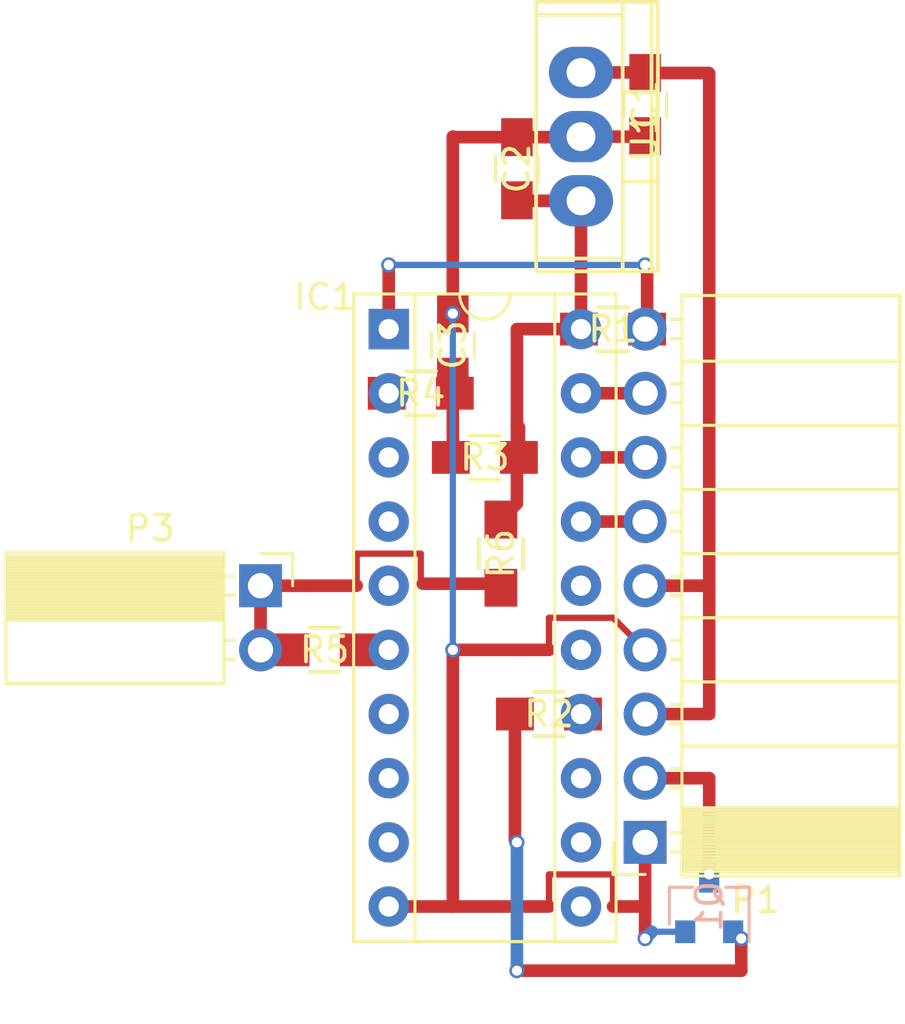
<source format=kicad_pcb>
(kicad_pcb (version 4) (host pcbnew 4.0.4+e1-6308~48~ubuntu16.04.1-stable)

  (general
    (links 30)
    (no_connects 0)
    (area 0 0 0 0)
    (thickness 1.6)
    (drawings 0)
    (tracks 88)
    (zones 0)
    (modules 14)
    (nets 26)
  )

  (page A4)
  (layers
    (0 F.Cu signal)
    (31 B.Cu signal)
    (32 B.Adhes user)
    (33 F.Adhes user)
    (34 B.Paste user)
    (35 F.Paste user)
    (36 B.SilkS user)
    (37 F.SilkS user)
    (38 B.Mask user)
    (39 F.Mask user)
    (40 Dwgs.User user)
    (41 Cmts.User user)
    (42 Eco1.User user)
    (43 Eco2.User user)
    (44 Edge.Cuts user)
    (45 Margin user)
    (46 B.CrtYd user)
    (47 F.CrtYd user)
    (48 B.Fab user)
    (49 F.Fab user)
  )

  (setup
    (last_trace_width 0.25)
    (user_trace_width 0.5)
    (trace_clearance 0.2)
    (zone_clearance 0.508)
    (zone_45_only no)
    (trace_min 0.2)
    (segment_width 0.2)
    (edge_width 0.15)
    (via_size 0.6)
    (via_drill 0.4)
    (via_min_size 0.4)
    (via_min_drill 0.3)
    (uvia_size 0.3)
    (uvia_drill 0.1)
    (uvias_allowed no)
    (uvia_min_size 0.2)
    (uvia_min_drill 0.1)
    (pcb_text_width 0.3)
    (pcb_text_size 1.5 1.5)
    (mod_edge_width 0.15)
    (mod_text_size 1 1)
    (mod_text_width 0.15)
    (pad_size 1.524 1.524)
    (pad_drill 0.762)
    (pad_to_mask_clearance 0.2)
    (aux_axis_origin 0 0)
    (visible_elements FFFFEF7F)
    (pcbplotparams
      (layerselection 0x00030_80000001)
      (usegerberextensions false)
      (excludeedgelayer true)
      (linewidth 0.100000)
      (plotframeref false)
      (viasonmask false)
      (mode 1)
      (useauxorigin false)
      (hpglpennumber 1)
      (hpglpenspeed 20)
      (hpglpendiameter 15)
      (hpglpenoverlay 2)
      (psnegative false)
      (psa4output false)
      (plotreference true)
      (plotvalue true)
      (plotinvisibletext false)
      (padsonsilk false)
      (subtractmaskfromsilk false)
      (outputformat 1)
      (mirror false)
      (drillshape 1)
      (scaleselection 1)
      (outputdirectory ""))
  )

  (net 0 "")
  (net 1 "Net-(C1-Pad1)")
  (net 2 GNDREF)
  (net 3 "Net-(C2-Pad1)")
  (net 4 "Net-(C3-Pad2)")
  (net 5 "Net-(IC1-Pad1)")
  (net 6 "Net-(IC1-Pad11)")
  (net 7 "Net-(IC1-Pad2)")
  (net 8 "Net-(IC1-Pad12)")
  (net 9 "Net-(IC1-Pad3)")
  (net 10 "Net-(IC1-Pad13)")
  (net 11 "Net-(IC1-Pad4)")
  (net 12 "Net-(IC1-Pad14)")
  (net 13 "Net-(IC1-Pad5)")
  (net 14 "Net-(IC1-Pad15)")
  (net 15 "Net-(IC1-Pad6)")
  (net 16 "Net-(IC1-Pad16)")
  (net 17 "Net-(IC1-Pad7)")
  (net 18 "Net-(IC1-Pad17)")
  (net 19 "Net-(IC1-Pad8)")
  (net 20 "Net-(IC1-Pad18)")
  (net 21 "Net-(IC1-Pad9)")
  (net 22 "Net-(IC1-Pad19)")
  (net 23 "Net-(P3-Pad1)")
  (net 24 "Net-(Q1-Pad1)")
  (net 25 "Net-(P1-Pad2)")

  (net_class Default "This is the default net class."
    (clearance 0.2)
    (trace_width 0.25)
    (via_dia 0.6)
    (via_drill 0.4)
    (uvia_dia 0.3)
    (uvia_drill 0.1)
    (add_net GNDREF)
    (add_net "Net-(C1-Pad1)")
    (add_net "Net-(C2-Pad1)")
    (add_net "Net-(C3-Pad2)")
    (add_net "Net-(IC1-Pad1)")
    (add_net "Net-(IC1-Pad11)")
    (add_net "Net-(IC1-Pad12)")
    (add_net "Net-(IC1-Pad13)")
    (add_net "Net-(IC1-Pad14)")
    (add_net "Net-(IC1-Pad15)")
    (add_net "Net-(IC1-Pad16)")
    (add_net "Net-(IC1-Pad17)")
    (add_net "Net-(IC1-Pad18)")
    (add_net "Net-(IC1-Pad19)")
    (add_net "Net-(IC1-Pad2)")
    (add_net "Net-(IC1-Pad3)")
    (add_net "Net-(IC1-Pad4)")
    (add_net "Net-(IC1-Pad5)")
    (add_net "Net-(IC1-Pad6)")
    (add_net "Net-(IC1-Pad7)")
    (add_net "Net-(IC1-Pad8)")
    (add_net "Net-(IC1-Pad9)")
    (add_net "Net-(P1-Pad2)")
    (add_net "Net-(P3-Pad1)")
    (add_net "Net-(Q1-Pad1)")
  )

  (module Socket_Strips:Socket_Strip_Angled_1x09_Pitch2.54mm (layer F.Cu) (tedit 58A95D7C) (tstamp 58A964F0)
    (at 177.8 96.52 180)
    (descr "Through hole angled socket strip, 1x09, 2.54mm pitch, 8.51mm socket length, single row")
    (tags "Through hole angled socket strip THT 1x09 2.54mm single row")
    (path /58A97BC7)
    (fp_text reference P1 (at -4.38 -2.27 180) (layer F.SilkS)
      (effects (font (size 1 1) (thickness 0.15)))
    )
    (fp_text value PWR_LED_ISP (at -6.35 11.43 270) (layer F.Fab)
      (effects (font (size 1 1) (thickness 0.15)))
    )
    (fp_line (start -1.52 -1.27) (end -1.52 1.27) (layer F.Fab) (width 0.1))
    (fp_line (start -1.52 1.27) (end -10.03 1.27) (layer F.Fab) (width 0.1))
    (fp_line (start -10.03 1.27) (end -10.03 -1.27) (layer F.Fab) (width 0.1))
    (fp_line (start -10.03 -1.27) (end -1.52 -1.27) (layer F.Fab) (width 0.1))
    (fp_line (start 0 -0.32) (end 0 0.32) (layer F.Fab) (width 0.1))
    (fp_line (start 0 0.32) (end -1.52 0.32) (layer F.Fab) (width 0.1))
    (fp_line (start -1.52 0.32) (end -1.52 -0.32) (layer F.Fab) (width 0.1))
    (fp_line (start -1.52 -0.32) (end 0 -0.32) (layer F.Fab) (width 0.1))
    (fp_line (start -1.52 1.27) (end -1.52 3.81) (layer F.Fab) (width 0.1))
    (fp_line (start -1.52 3.81) (end -10.03 3.81) (layer F.Fab) (width 0.1))
    (fp_line (start -10.03 3.81) (end -10.03 1.27) (layer F.Fab) (width 0.1))
    (fp_line (start -10.03 1.27) (end -1.52 1.27) (layer F.Fab) (width 0.1))
    (fp_line (start 0 2.22) (end 0 2.86) (layer F.Fab) (width 0.1))
    (fp_line (start 0 2.86) (end -1.52 2.86) (layer F.Fab) (width 0.1))
    (fp_line (start -1.52 2.86) (end -1.52 2.22) (layer F.Fab) (width 0.1))
    (fp_line (start -1.52 2.22) (end 0 2.22) (layer F.Fab) (width 0.1))
    (fp_line (start -1.52 3.81) (end -1.52 6.35) (layer F.Fab) (width 0.1))
    (fp_line (start -1.52 6.35) (end -10.03 6.35) (layer F.Fab) (width 0.1))
    (fp_line (start -10.03 6.35) (end -10.03 3.81) (layer F.Fab) (width 0.1))
    (fp_line (start -10.03 3.81) (end -1.52 3.81) (layer F.Fab) (width 0.1))
    (fp_line (start 0 4.76) (end 0 5.4) (layer F.Fab) (width 0.1))
    (fp_line (start 0 5.4) (end -1.52 5.4) (layer F.Fab) (width 0.1))
    (fp_line (start -1.52 5.4) (end -1.52 4.76) (layer F.Fab) (width 0.1))
    (fp_line (start -1.52 4.76) (end 0 4.76) (layer F.Fab) (width 0.1))
    (fp_line (start -1.52 6.35) (end -1.52 8.89) (layer F.Fab) (width 0.1))
    (fp_line (start -1.52 8.89) (end -10.03 8.89) (layer F.Fab) (width 0.1))
    (fp_line (start -10.03 8.89) (end -10.03 6.35) (layer F.Fab) (width 0.1))
    (fp_line (start -10.03 6.35) (end -1.52 6.35) (layer F.Fab) (width 0.1))
    (fp_line (start 0 7.3) (end 0 7.94) (layer F.Fab) (width 0.1))
    (fp_line (start 0 7.94) (end -1.52 7.94) (layer F.Fab) (width 0.1))
    (fp_line (start -1.52 7.94) (end -1.52 7.3) (layer F.Fab) (width 0.1))
    (fp_line (start -1.52 7.3) (end 0 7.3) (layer F.Fab) (width 0.1))
    (fp_line (start -1.52 8.89) (end -1.52 11.43) (layer F.Fab) (width 0.1))
    (fp_line (start -1.52 11.43) (end -10.03 11.43) (layer F.Fab) (width 0.1))
    (fp_line (start -10.03 11.43) (end -10.03 8.89) (layer F.Fab) (width 0.1))
    (fp_line (start -10.03 8.89) (end -1.52 8.89) (layer F.Fab) (width 0.1))
    (fp_line (start 0 9.84) (end 0 10.48) (layer F.Fab) (width 0.1))
    (fp_line (start 0 10.48) (end -1.52 10.48) (layer F.Fab) (width 0.1))
    (fp_line (start -1.52 10.48) (end -1.52 9.84) (layer F.Fab) (width 0.1))
    (fp_line (start -1.52 9.84) (end 0 9.84) (layer F.Fab) (width 0.1))
    (fp_line (start -1.52 11.43) (end -1.52 13.97) (layer F.Fab) (width 0.1))
    (fp_line (start -1.52 13.97) (end -10.03 13.97) (layer F.Fab) (width 0.1))
    (fp_line (start -10.03 13.97) (end -10.03 11.43) (layer F.Fab) (width 0.1))
    (fp_line (start -10.03 11.43) (end -1.52 11.43) (layer F.Fab) (width 0.1))
    (fp_line (start 0 12.38) (end 0 13.02) (layer F.Fab) (width 0.1))
    (fp_line (start 0 13.02) (end -1.52 13.02) (layer F.Fab) (width 0.1))
    (fp_line (start -1.52 13.02) (end -1.52 12.38) (layer F.Fab) (width 0.1))
    (fp_line (start -1.52 12.38) (end 0 12.38) (layer F.Fab) (width 0.1))
    (fp_line (start -1.52 13.97) (end -1.52 16.51) (layer F.Fab) (width 0.1))
    (fp_line (start -1.52 16.51) (end -10.03 16.51) (layer F.Fab) (width 0.1))
    (fp_line (start -10.03 16.51) (end -10.03 13.97) (layer F.Fab) (width 0.1))
    (fp_line (start -10.03 13.97) (end -1.52 13.97) (layer F.Fab) (width 0.1))
    (fp_line (start 0 14.92) (end 0 15.56) (layer F.Fab) (width 0.1))
    (fp_line (start 0 15.56) (end -1.52 15.56) (layer F.Fab) (width 0.1))
    (fp_line (start -1.52 15.56) (end -1.52 14.92) (layer F.Fab) (width 0.1))
    (fp_line (start -1.52 14.92) (end 0 14.92) (layer F.Fab) (width 0.1))
    (fp_line (start -1.52 16.51) (end -1.52 19.05) (layer F.Fab) (width 0.1))
    (fp_line (start -1.52 19.05) (end -10.03 19.05) (layer F.Fab) (width 0.1))
    (fp_line (start -10.03 19.05) (end -10.03 16.51) (layer F.Fab) (width 0.1))
    (fp_line (start -10.03 16.51) (end -1.52 16.51) (layer F.Fab) (width 0.1))
    (fp_line (start 0 17.46) (end 0 18.1) (layer F.Fab) (width 0.1))
    (fp_line (start 0 18.1) (end -1.52 18.1) (layer F.Fab) (width 0.1))
    (fp_line (start -1.52 18.1) (end -1.52 17.46) (layer F.Fab) (width 0.1))
    (fp_line (start -1.52 17.46) (end 0 17.46) (layer F.Fab) (width 0.1))
    (fp_line (start -1.52 19.05) (end -1.52 21.59) (layer F.Fab) (width 0.1))
    (fp_line (start -1.52 21.59) (end -10.03 21.59) (layer F.Fab) (width 0.1))
    (fp_line (start -10.03 21.59) (end -10.03 19.05) (layer F.Fab) (width 0.1))
    (fp_line (start -10.03 19.05) (end -1.52 19.05) (layer F.Fab) (width 0.1))
    (fp_line (start 0 20) (end 0 20.64) (layer F.Fab) (width 0.1))
    (fp_line (start 0 20.64) (end -1.52 20.64) (layer F.Fab) (width 0.1))
    (fp_line (start -1.52 20.64) (end -1.52 20) (layer F.Fab) (width 0.1))
    (fp_line (start -1.52 20) (end 0 20) (layer F.Fab) (width 0.1))
    (fp_line (start -1.46 -1.33) (end -1.46 1.27) (layer F.SilkS) (width 0.12))
    (fp_line (start -1.46 1.27) (end -10.09 1.27) (layer F.SilkS) (width 0.12))
    (fp_line (start -10.09 1.27) (end -10.09 -1.33) (layer F.SilkS) (width 0.12))
    (fp_line (start -10.09 -1.33) (end -1.46 -1.33) (layer F.SilkS) (width 0.12))
    (fp_line (start -1.03 -0.38) (end -1.46 -0.38) (layer F.SilkS) (width 0.12))
    (fp_line (start -1.03 0.38) (end -1.46 0.38) (layer F.SilkS) (width 0.12))
    (fp_line (start -1.46 -1.15) (end -10.09 -1.15) (layer F.SilkS) (width 0.12))
    (fp_line (start -1.46 -1.03) (end -10.09 -1.03) (layer F.SilkS) (width 0.12))
    (fp_line (start -1.46 -0.91) (end -10.09 -0.91) (layer F.SilkS) (width 0.12))
    (fp_line (start -1.46 -0.79) (end -10.09 -0.79) (layer F.SilkS) (width 0.12))
    (fp_line (start -1.46 -0.67) (end -10.09 -0.67) (layer F.SilkS) (width 0.12))
    (fp_line (start -1.46 -0.55) (end -10.09 -0.55) (layer F.SilkS) (width 0.12))
    (fp_line (start -1.46 -0.43) (end -10.09 -0.43) (layer F.SilkS) (width 0.12))
    (fp_line (start -1.46 -0.31) (end -10.09 -0.31) (layer F.SilkS) (width 0.12))
    (fp_line (start -1.46 -0.19) (end -10.09 -0.19) (layer F.SilkS) (width 0.12))
    (fp_line (start -1.46 -0.07) (end -10.09 -0.07) (layer F.SilkS) (width 0.12))
    (fp_line (start -1.46 0.05) (end -10.09 0.05) (layer F.SilkS) (width 0.12))
    (fp_line (start -1.46 0.17) (end -10.09 0.17) (layer F.SilkS) (width 0.12))
    (fp_line (start -1.46 0.29) (end -10.09 0.29) (layer F.SilkS) (width 0.12))
    (fp_line (start -1.46 0.41) (end -10.09 0.41) (layer F.SilkS) (width 0.12))
    (fp_line (start -1.46 0.53) (end -10.09 0.53) (layer F.SilkS) (width 0.12))
    (fp_line (start -1.46 0.65) (end -10.09 0.65) (layer F.SilkS) (width 0.12))
    (fp_line (start -1.46 0.77) (end -10.09 0.77) (layer F.SilkS) (width 0.12))
    (fp_line (start -1.46 0.89) (end -10.09 0.89) (layer F.SilkS) (width 0.12))
    (fp_line (start -1.46 1.01) (end -10.09 1.01) (layer F.SilkS) (width 0.12))
    (fp_line (start -1.46 1.13) (end -10.09 1.13) (layer F.SilkS) (width 0.12))
    (fp_line (start -1.46 1.25) (end -10.09 1.25) (layer F.SilkS) (width 0.12))
    (fp_line (start -1.46 1.37) (end -10.09 1.37) (layer F.SilkS) (width 0.12))
    (fp_line (start -1.46 1.27) (end -1.46 3.81) (layer F.SilkS) (width 0.12))
    (fp_line (start -1.46 3.81) (end -10.09 3.81) (layer F.SilkS) (width 0.12))
    (fp_line (start -10.09 3.81) (end -10.09 1.27) (layer F.SilkS) (width 0.12))
    (fp_line (start -10.09 1.27) (end -1.46 1.27) (layer F.SilkS) (width 0.12))
    (fp_line (start -1.03 2.16) (end -1.46 2.16) (layer F.SilkS) (width 0.12))
    (fp_line (start -1.03 2.92) (end -1.46 2.92) (layer F.SilkS) (width 0.12))
    (fp_line (start -1.46 3.81) (end -1.46 6.35) (layer F.SilkS) (width 0.12))
    (fp_line (start -1.46 6.35) (end -10.09 6.35) (layer F.SilkS) (width 0.12))
    (fp_line (start -10.09 6.35) (end -10.09 3.81) (layer F.SilkS) (width 0.12))
    (fp_line (start -10.09 3.81) (end -1.46 3.81) (layer F.SilkS) (width 0.12))
    (fp_line (start -1.03 4.7) (end -1.46 4.7) (layer F.SilkS) (width 0.12))
    (fp_line (start -1.03 5.46) (end -1.46 5.46) (layer F.SilkS) (width 0.12))
    (fp_line (start -1.46 6.35) (end -1.46 8.89) (layer F.SilkS) (width 0.12))
    (fp_line (start -1.46 8.89) (end -10.09 8.89) (layer F.SilkS) (width 0.12))
    (fp_line (start -10.09 8.89) (end -10.09 6.35) (layer F.SilkS) (width 0.12))
    (fp_line (start -10.09 6.35) (end -1.46 6.35) (layer F.SilkS) (width 0.12))
    (fp_line (start -1.03 7.24) (end -1.46 7.24) (layer F.SilkS) (width 0.12))
    (fp_line (start -1.03 8) (end -1.46 8) (layer F.SilkS) (width 0.12))
    (fp_line (start -1.46 8.89) (end -1.46 11.43) (layer F.SilkS) (width 0.12))
    (fp_line (start -1.46 11.43) (end -10.09 11.43) (layer F.SilkS) (width 0.12))
    (fp_line (start -10.09 11.43) (end -10.09 8.89) (layer F.SilkS) (width 0.12))
    (fp_line (start -10.09 8.89) (end -1.46 8.89) (layer F.SilkS) (width 0.12))
    (fp_line (start -1.03 9.78) (end -1.46 9.78) (layer F.SilkS) (width 0.12))
    (fp_line (start -1.03 10.54) (end -1.46 10.54) (layer F.SilkS) (width 0.12))
    (fp_line (start -1.46 11.43) (end -1.46 13.97) (layer F.SilkS) (width 0.12))
    (fp_line (start -1.46 13.97) (end -10.09 13.97) (layer F.SilkS) (width 0.12))
    (fp_line (start -10.09 13.97) (end -10.09 11.43) (layer F.SilkS) (width 0.12))
    (fp_line (start -10.09 11.43) (end -1.46 11.43) (layer F.SilkS) (width 0.12))
    (fp_line (start -1.03 12.32) (end -1.46 12.32) (layer F.SilkS) (width 0.12))
    (fp_line (start -1.03 13.08) (end -1.46 13.08) (layer F.SilkS) (width 0.12))
    (fp_line (start -1.46 13.97) (end -1.46 16.51) (layer F.SilkS) (width 0.12))
    (fp_line (start -1.46 16.51) (end -10.09 16.51) (layer F.SilkS) (width 0.12))
    (fp_line (start -10.09 16.51) (end -10.09 13.97) (layer F.SilkS) (width 0.12))
    (fp_line (start -10.09 13.97) (end -1.46 13.97) (layer F.SilkS) (width 0.12))
    (fp_line (start -1.03 14.86) (end -1.46 14.86) (layer F.SilkS) (width 0.12))
    (fp_line (start -1.03 15.62) (end -1.46 15.62) (layer F.SilkS) (width 0.12))
    (fp_line (start -1.46 16.51) (end -1.46 19.05) (layer F.SilkS) (width 0.12))
    (fp_line (start -1.46 19.05) (end -10.09 19.05) (layer F.SilkS) (width 0.12))
    (fp_line (start -10.09 19.05) (end -10.09 16.51) (layer F.SilkS) (width 0.12))
    (fp_line (start -10.09 16.51) (end -1.46 16.51) (layer F.SilkS) (width 0.12))
    (fp_line (start -1.03 17.4) (end -1.46 17.4) (layer F.SilkS) (width 0.12))
    (fp_line (start -1.03 18.16) (end -1.46 18.16) (layer F.SilkS) (width 0.12))
    (fp_line (start -1.46 19.05) (end -1.46 21.65) (layer F.SilkS) (width 0.12))
    (fp_line (start -1.46 21.65) (end -10.09 21.65) (layer F.SilkS) (width 0.12))
    (fp_line (start -10.09 21.65) (end -10.09 19.05) (layer F.SilkS) (width 0.12))
    (fp_line (start -10.09 19.05) (end -1.46 19.05) (layer F.SilkS) (width 0.12))
    (fp_line (start -1.03 19.94) (end -1.46 19.94) (layer F.SilkS) (width 0.12))
    (fp_line (start -1.03 20.7) (end -1.46 20.7) (layer F.SilkS) (width 0.12))
    (fp_line (start 0 -1.27) (end 1.27 -1.27) (layer F.SilkS) (width 0.12))
    (fp_line (start 1.27 -1.27) (end 1.27 0) (layer F.SilkS) (width 0.12))
    (fp_line (start 1.55 -1.55) (end 1.55 21.85) (layer F.CrtYd) (width 0.05))
    (fp_line (start 1.55 21.85) (end -10.3 21.85) (layer F.CrtYd) (width 0.05))
    (fp_line (start -10.3 21.85) (end -10.3 -1.55) (layer F.CrtYd) (width 0.05))
    (fp_line (start -10.3 -1.55) (end 1.55 -1.55) (layer F.CrtYd) (width 0.05))
    (pad 1 thru_hole rect (at 0 0 180) (size 1.7 1.7) (drill 1) (layers *.Cu *.Mask)
      (net 2 GNDREF))
    (pad 2 thru_hole oval (at 0 2.54 180) (size 1.7 1.7) (drill 1) (layers *.Cu *.Mask)
      (net 25 "Net-(P1-Pad2)"))
    (pad 3 thru_hole oval (at 0 5.08 180) (size 1.7 1.7) (drill 1) (layers *.Cu *.Mask)
      (net 1 "Net-(C1-Pad1)"))
    (pad 4 thru_hole oval (at 0 7.62 180) (size 1.7 1.7) (drill 1) (layers *.Cu *.Mask)
      (net 2 GNDREF))
    (pad 5 thru_hole oval (at 0 10.16 180) (size 1.7 1.7) (drill 1) (layers *.Cu *.Mask)
      (net 1 "Net-(C1-Pad1)"))
    (pad 6 thru_hole oval (at 0 12.7 180) (size 1.7 1.7) (drill 1) (layers *.Cu *.Mask)
      (net 18 "Net-(IC1-Pad17)"))
    (pad 7 thru_hole oval (at 0 15.24 180) (size 1.7 1.7) (drill 1) (layers *.Cu *.Mask)
      (net 20 "Net-(IC1-Pad18)"))
    (pad 8 thru_hole oval (at 0 17.78 180) (size 1.7 1.7) (drill 1) (layers *.Cu *.Mask)
      (net 22 "Net-(IC1-Pad19)"))
    (pad 9 thru_hole oval (at 0 20.32 180) (size 1.7 1.7) (drill 1) (layers *.Cu *.Mask)
      (net 5 "Net-(IC1-Pad1)"))
    (model Socket_Strips.3dshapes/Socket_Strip_Angled_1x09_Pitch2.54mm.wrl
      (at (xyz 0 -0.4 0))
      (scale (xyz 1 1 1))
      (rotate (xyz 0 0 270))
    )
  )

  (module Housings_DIP:DIP-20_W7.62mm_Socket (layer F.Cu) (tedit 58AB4759) (tstamp 58A0416D)
    (at 167.64 76.2)
    (descr "20-lead dip package, row spacing 7.62 mm (300 mils), Socket")
    (tags "DIL DIP PDIP 2.54mm 7.62mm 300mil Socket")
    (path /58A03B90)
    (fp_text reference IC1 (at -2.54 -1.27) (layer F.SilkS)
      (effects (font (size 1 1) (thickness 0.15)))
    )
    (fp_text value ATTINY2313-P (at -2.54 20.32 90) (layer F.Fab)
      (effects (font (size 1 1) (thickness 0.15)))
    )
    (fp_arc (start 3.81 -1.39) (end 2.81 -1.39) (angle -180) (layer F.SilkS) (width 0.12))
    (fp_line (start 1.635 -1.27) (end 6.985 -1.27) (layer F.Fab) (width 0.1))
    (fp_line (start 6.985 -1.27) (end 6.985 24.13) (layer F.Fab) (width 0.1))
    (fp_line (start 6.985 24.13) (end 0.635 24.13) (layer F.Fab) (width 0.1))
    (fp_line (start 0.635 24.13) (end 0.635 -0.27) (layer F.Fab) (width 0.1))
    (fp_line (start 0.635 -0.27) (end 1.635 -1.27) (layer F.Fab) (width 0.1))
    (fp_line (start -1.27 -1.27) (end -1.27 24.13) (layer F.Fab) (width 0.1))
    (fp_line (start -1.27 24.13) (end 8.89 24.13) (layer F.Fab) (width 0.1))
    (fp_line (start 8.89 24.13) (end 8.89 -1.27) (layer F.Fab) (width 0.1))
    (fp_line (start 8.89 -1.27) (end -1.27 -1.27) (layer F.Fab) (width 0.1))
    (fp_line (start 2.81 -1.39) (end 1.04 -1.39) (layer F.SilkS) (width 0.12))
    (fp_line (start 1.04 -1.39) (end 1.04 24.25) (layer F.SilkS) (width 0.12))
    (fp_line (start 1.04 24.25) (end 6.58 24.25) (layer F.SilkS) (width 0.12))
    (fp_line (start 6.58 24.25) (end 6.58 -1.39) (layer F.SilkS) (width 0.12))
    (fp_line (start 6.58 -1.39) (end 4.81 -1.39) (layer F.SilkS) (width 0.12))
    (fp_line (start -1.39 -1.39) (end -1.39 24.25) (layer F.SilkS) (width 0.12))
    (fp_line (start -1.39 24.25) (end 9.01 24.25) (layer F.SilkS) (width 0.12))
    (fp_line (start 9.01 24.25) (end 9.01 -1.39) (layer F.SilkS) (width 0.12))
    (fp_line (start 9.01 -1.39) (end -1.39 -1.39) (layer F.SilkS) (width 0.12))
    (fp_line (start -1.7 -1.7) (end -1.7 24.5) (layer F.CrtYd) (width 0.05))
    (fp_line (start -1.7 24.5) (end 9.3 24.5) (layer F.CrtYd) (width 0.05))
    (fp_line (start 9.3 24.5) (end 9.3 -1.7) (layer F.CrtYd) (width 0.05))
    (fp_line (start 9.3 -1.7) (end -1.7 -1.7) (layer F.CrtYd) (width 0.05))
    (pad 1 thru_hole rect (at 0 0) (size 1.6 1.6) (drill 0.8) (layers *.Cu *.Mask)
      (net 5 "Net-(IC1-Pad1)"))
    (pad 11 thru_hole oval (at 7.62 22.86) (size 1.6 1.6) (drill 0.8) (layers *.Cu *.Mask)
      (net 6 "Net-(IC1-Pad11)"))
    (pad 2 thru_hole oval (at 0 2.54) (size 1.6 1.6) (drill 0.8) (layers *.Cu *.Mask)
      (net 7 "Net-(IC1-Pad2)"))
    (pad 12 thru_hole oval (at 7.62 20.32) (size 1.6 1.6) (drill 0.8) (layers *.Cu *.Mask)
      (net 8 "Net-(IC1-Pad12)"))
    (pad 3 thru_hole oval (at 0 5.08) (size 1.6 1.6) (drill 0.8) (layers *.Cu *.Mask)
      (net 9 "Net-(IC1-Pad3)"))
    (pad 13 thru_hole oval (at 7.62 17.78) (size 1.6 1.6) (drill 0.8) (layers *.Cu *.Mask)
      (net 10 "Net-(IC1-Pad13)"))
    (pad 4 thru_hole oval (at 0 7.62) (size 1.6 1.6) (drill 0.8) (layers *.Cu *.Mask)
      (net 11 "Net-(IC1-Pad4)"))
    (pad 14 thru_hole oval (at 7.62 15.24) (size 1.6 1.6) (drill 0.8) (layers *.Cu *.Mask)
      (net 12 "Net-(IC1-Pad14)"))
    (pad 5 thru_hole oval (at 0 10.16) (size 1.6 1.6) (drill 0.8) (layers *.Cu *.Mask)
      (net 13 "Net-(IC1-Pad5)"))
    (pad 15 thru_hole oval (at 7.62 12.7) (size 1.6 1.6) (drill 0.8) (layers *.Cu *.Mask)
      (net 14 "Net-(IC1-Pad15)"))
    (pad 6 thru_hole oval (at 0 12.7) (size 1.6 1.6) (drill 0.8) (layers *.Cu *.Mask)
      (net 15 "Net-(IC1-Pad6)"))
    (pad 16 thru_hole oval (at 7.62 10.16) (size 1.6 1.6) (drill 0.8) (layers *.Cu *.Mask)
      (net 16 "Net-(IC1-Pad16)"))
    (pad 7 thru_hole oval (at 0 15.24) (size 1.6 1.6) (drill 0.8) (layers *.Cu *.Mask)
      (net 17 "Net-(IC1-Pad7)"))
    (pad 17 thru_hole oval (at 7.62 7.62) (size 1.6 1.6) (drill 0.8) (layers *.Cu *.Mask)
      (net 18 "Net-(IC1-Pad17)"))
    (pad 8 thru_hole oval (at 0 17.78) (size 1.6 1.6) (drill 0.8) (layers *.Cu *.Mask)
      (net 19 "Net-(IC1-Pad8)"))
    (pad 18 thru_hole oval (at 7.62 5.08) (size 1.6 1.6) (drill 0.8) (layers *.Cu *.Mask)
      (net 20 "Net-(IC1-Pad18)"))
    (pad 9 thru_hole oval (at 0 20.32) (size 1.6 1.6) (drill 0.8) (layers *.Cu *.Mask)
      (net 21 "Net-(IC1-Pad9)"))
    (pad 19 thru_hole oval (at 7.62 2.54) (size 1.6 1.6) (drill 0.8) (layers *.Cu *.Mask)
      (net 22 "Net-(IC1-Pad19)"))
    (pad 10 thru_hole oval (at 0 22.86) (size 1.6 1.6) (drill 0.8) (layers *.Cu *.Mask)
      (net 2 GNDREF))
    (pad 20 thru_hole oval (at 7.62 0) (size 1.6 1.6) (drill 0.8) (layers *.Cu *.Mask)
      (net 3 "Net-(C2-Pad1)"))
    (model Housings_DIP.3dshapes/DIP-20_W7.62mm_Socket.wrl
      (at (xyz 0 0 0))
      (scale (xyz 1 1 1))
      (rotate (xyz 0 0 0))
    )
  )

  (module Capacitors_SMD:C_0805_HandSoldering (layer F.Cu) (tedit 58A96C63) (tstamp 58A0414F)
    (at 172.72 69.85 90)
    (descr "Capacitor SMD 0805, hand soldering")
    (tags "capacitor 0805")
    (path /58A03D67)
    (attr smd)
    (fp_text reference C2 (at 0 0 90) (layer F.SilkS)
      (effects (font (size 1 1) (thickness 0.15)))
    )
    (fp_text value 100n (at 0 -1.27 90) (layer F.Fab)
      (effects (font (size 1 1) (thickness 0.15)))
    )
    (fp_line (start -1 0.625) (end -1 -0.625) (layer F.Fab) (width 0.1))
    (fp_line (start 1 0.625) (end -1 0.625) (layer F.Fab) (width 0.1))
    (fp_line (start 1 -0.625) (end 1 0.625) (layer F.Fab) (width 0.1))
    (fp_line (start -1 -0.625) (end 1 -0.625) (layer F.Fab) (width 0.1))
    (fp_line (start -2.3 -1) (end 2.3 -1) (layer F.CrtYd) (width 0.05))
    (fp_line (start -2.3 1) (end 2.3 1) (layer F.CrtYd) (width 0.05))
    (fp_line (start -2.3 -1) (end -2.3 1) (layer F.CrtYd) (width 0.05))
    (fp_line (start 2.3 -1) (end 2.3 1) (layer F.CrtYd) (width 0.05))
    (fp_line (start 0.5 -0.85) (end -0.5 -0.85) (layer F.SilkS) (width 0.12))
    (fp_line (start -0.5 0.85) (end 0.5 0.85) (layer F.SilkS) (width 0.12))
    (pad 1 smd rect (at -1.25 0 90) (size 1.5 1.25) (layers F.Cu F.Paste F.Mask)
      (net 3 "Net-(C2-Pad1)"))
    (pad 2 smd rect (at 1.25 0 90) (size 1.5 1.25) (layers F.Cu F.Paste F.Mask)
      (net 2 GNDREF))
    (model Capacitors_SMD.3dshapes/C_0805_HandSoldering.wrl
      (at (xyz 0 0 0))
      (scale (xyz 1 1 1))
      (rotate (xyz 0 0 0))
    )
  )

  (module Capacitors_SMD:C_0805_HandSoldering (layer F.Cu) (tedit 58A96CA4) (tstamp 58A04155)
    (at 170.18 76.835 270)
    (descr "Capacitor SMD 0805, hand soldering")
    (tags "capacitor 0805")
    (path /58A03E2E)
    (attr smd)
    (fp_text reference C3 (at 0 0 270) (layer F.SilkS)
      (effects (font (size 1 1) (thickness 0.15)))
    )
    (fp_text value 10p (at -0.635 -1.27 270) (layer F.Fab)
      (effects (font (size 1 1) (thickness 0.15)))
    )
    (fp_line (start -1 0.625) (end -1 -0.625) (layer F.Fab) (width 0.1))
    (fp_line (start 1 0.625) (end -1 0.625) (layer F.Fab) (width 0.1))
    (fp_line (start 1 -0.625) (end 1 0.625) (layer F.Fab) (width 0.1))
    (fp_line (start -1 -0.625) (end 1 -0.625) (layer F.Fab) (width 0.1))
    (fp_line (start -2.3 -1) (end 2.3 -1) (layer F.CrtYd) (width 0.05))
    (fp_line (start -2.3 1) (end 2.3 1) (layer F.CrtYd) (width 0.05))
    (fp_line (start -2.3 -1) (end -2.3 1) (layer F.CrtYd) (width 0.05))
    (fp_line (start 2.3 -1) (end 2.3 1) (layer F.CrtYd) (width 0.05))
    (fp_line (start 0.5 -0.85) (end -0.5 -0.85) (layer F.SilkS) (width 0.12))
    (fp_line (start -0.5 0.85) (end 0.5 0.85) (layer F.SilkS) (width 0.12))
    (pad 1 smd rect (at -1.25 0 270) (size 1.5 1.25) (layers F.Cu F.Paste F.Mask)
      (net 2 GNDREF))
    (pad 2 smd rect (at 1.25 0 270) (size 1.5 1.25) (layers F.Cu F.Paste F.Mask)
      (net 4 "Net-(C3-Pad2)"))
    (model Capacitors_SMD.3dshapes/C_0805_HandSoldering.wrl
      (at (xyz 0 0 0))
      (scale (xyz 1 1 1))
      (rotate (xyz 0 0 0))
    )
  )

  (module TO_SOT_Packages_SMD:SOT-23 (layer B.Cu) (tedit 58A96C80) (tstamp 58A04190)
    (at 180.34 99.06 90)
    (descr "SOT-23, Standard")
    (tags SOT-23)
    (path /58A05166)
    (attr smd)
    (fp_text reference Q1 (at 0 0 90) (layer B.SilkS)
      (effects (font (size 1 1) (thickness 0.15)) (justify mirror))
    )
    (fp_text value BC817-40 (at -3.81 0 360) (layer B.Fab)
      (effects (font (size 1 1) (thickness 0.15)) (justify mirror))
    )
    (fp_line (start -0.7 0.95) (end -0.7 -1.5) (layer B.Fab) (width 0.1))
    (fp_line (start -0.15 1.52) (end 0.7 1.52) (layer B.Fab) (width 0.1))
    (fp_line (start -0.7 0.95) (end -0.15 1.52) (layer B.Fab) (width 0.1))
    (fp_line (start 0.7 1.52) (end 0.7 -1.52) (layer B.Fab) (width 0.1))
    (fp_line (start -0.7 -1.52) (end 0.7 -1.52) (layer B.Fab) (width 0.1))
    (fp_line (start 0.76 -1.58) (end 0.76 -0.65) (layer B.SilkS) (width 0.12))
    (fp_line (start 0.76 1.58) (end 0.76 0.65) (layer B.SilkS) (width 0.12))
    (fp_line (start -1.7 1.75) (end 1.7 1.75) (layer B.CrtYd) (width 0.05))
    (fp_line (start 1.7 1.75) (end 1.7 -1.75) (layer B.CrtYd) (width 0.05))
    (fp_line (start 1.7 -1.75) (end -1.7 -1.75) (layer B.CrtYd) (width 0.05))
    (fp_line (start -1.7 -1.75) (end -1.7 1.75) (layer B.CrtYd) (width 0.05))
    (fp_line (start 0.76 1.58) (end -1.4 1.58) (layer B.SilkS) (width 0.12))
    (fp_line (start 0.76 -1.58) (end -0.7 -1.58) (layer B.SilkS) (width 0.12))
    (pad 1 smd rect (at -1 0.95 90) (size 0.9 0.8) (layers B.Cu B.Paste B.Mask)
      (net 24 "Net-(Q1-Pad1)"))
    (pad 2 smd rect (at -1 -0.95 90) (size 0.9 0.8) (layers B.Cu B.Paste B.Mask)
      (net 2 GNDREF))
    (pad 3 smd rect (at 1 0 90) (size 0.9 0.8) (layers B.Cu B.Paste B.Mask)
      (net 25 "Net-(P1-Pad2)"))
    (model TO_SOT_Packages_SMD.3dshapes/SOT-23.wrl
      (at (xyz 0 0 0))
      (scale (xyz 1 1 1))
      (rotate (xyz 0 0 90))
    )
  )

  (module Resistors_SMD:R_0805_HandSoldering (layer F.Cu) (tedit 58A96CC8) (tstamp 58A04196)
    (at 176.53 76.2)
    (descr "Resistor SMD 0805, hand soldering")
    (tags "resistor 0805")
    (path /58A05C5B)
    (attr smd)
    (fp_text reference R1 (at 0 0) (layer F.SilkS)
      (effects (font (size 1 1) (thickness 0.15)))
    )
    (fp_text value 10K (at 3.81 0) (layer F.Fab)
      (effects (font (size 1 1) (thickness 0.15)))
    )
    (fp_line (start -1 0.625) (end -1 -0.625) (layer F.Fab) (width 0.1))
    (fp_line (start 1 0.625) (end -1 0.625) (layer F.Fab) (width 0.1))
    (fp_line (start 1 -0.625) (end 1 0.625) (layer F.Fab) (width 0.1))
    (fp_line (start -1 -0.625) (end 1 -0.625) (layer F.Fab) (width 0.1))
    (fp_line (start -2.4 -1) (end 2.4 -1) (layer F.CrtYd) (width 0.05))
    (fp_line (start -2.4 1) (end 2.4 1) (layer F.CrtYd) (width 0.05))
    (fp_line (start -2.4 -1) (end -2.4 1) (layer F.CrtYd) (width 0.05))
    (fp_line (start 2.4 -1) (end 2.4 1) (layer F.CrtYd) (width 0.05))
    (fp_line (start 0.6 0.875) (end -0.6 0.875) (layer F.SilkS) (width 0.15))
    (fp_line (start -0.6 -0.875) (end 0.6 -0.875) (layer F.SilkS) (width 0.15))
    (pad 1 smd rect (at -1.35 0) (size 1.5 1.3) (layers F.Cu F.Paste F.Mask)
      (net 3 "Net-(C2-Pad1)"))
    (pad 2 smd rect (at 1.35 0) (size 1.5 1.3) (layers F.Cu F.Paste F.Mask)
      (net 5 "Net-(IC1-Pad1)"))
    (model Resistors_SMD.3dshapes/R_0805_HandSoldering.wrl
      (at (xyz 0 0 0))
      (scale (xyz 1 1 1))
      (rotate (xyz 0 0 0))
    )
  )

  (module Resistors_SMD:R_0805_HandSoldering (layer F.Cu) (tedit 58A96C85) (tstamp 58A0419C)
    (at 173.99 91.44 180)
    (descr "Resistor SMD 0805, hand soldering")
    (tags "resistor 0805")
    (path /58A05080)
    (attr smd)
    (fp_text reference R2 (at 0 0 180) (layer F.SilkS)
      (effects (font (size 1 1) (thickness 0.15)))
    )
    (fp_text value 680R (at 5.08 0 180) (layer F.Fab)
      (effects (font (size 1 1) (thickness 0.15)))
    )
    (fp_line (start -1 0.625) (end -1 -0.625) (layer F.Fab) (width 0.1))
    (fp_line (start 1 0.625) (end -1 0.625) (layer F.Fab) (width 0.1))
    (fp_line (start 1 -0.625) (end 1 0.625) (layer F.Fab) (width 0.1))
    (fp_line (start -1 -0.625) (end 1 -0.625) (layer F.Fab) (width 0.1))
    (fp_line (start -2.4 -1) (end 2.4 -1) (layer F.CrtYd) (width 0.05))
    (fp_line (start -2.4 1) (end 2.4 1) (layer F.CrtYd) (width 0.05))
    (fp_line (start -2.4 -1) (end -2.4 1) (layer F.CrtYd) (width 0.05))
    (fp_line (start 2.4 -1) (end 2.4 1) (layer F.CrtYd) (width 0.05))
    (fp_line (start 0.6 0.875) (end -0.6 0.875) (layer F.SilkS) (width 0.15))
    (fp_line (start -0.6 -0.875) (end 0.6 -0.875) (layer F.SilkS) (width 0.15))
    (pad 1 smd rect (at -1.35 0 180) (size 1.5 1.3) (layers F.Cu F.Paste F.Mask)
      (net 12 "Net-(IC1-Pad14)"))
    (pad 2 smd rect (at 1.35 0 180) (size 1.5 1.3) (layers F.Cu F.Paste F.Mask)
      (net 24 "Net-(Q1-Pad1)"))
    (model Resistors_SMD.3dshapes/R_0805_HandSoldering.wrl
      (at (xyz 0 0 0))
      (scale (xyz 1 1 1))
      (rotate (xyz 0 0 0))
    )
  )

  (module Resistors_SMD:R_0805_HandSoldering (layer F.Cu) (tedit 58A96CB7) (tstamp 58A041A2)
    (at 171.45 81.28 180)
    (descr "Resistor SMD 0805, hand soldering")
    (tags "resistor 0805")
    (path /58A0449D)
    (attr smd)
    (fp_text reference R3 (at 0 0 180) (layer F.SilkS)
      (effects (font (size 1 1) (thickness 0.15)))
    )
    (fp_text value 1M (at -1.27 1.27 180) (layer F.Fab)
      (effects (font (size 1 1) (thickness 0.15)))
    )
    (fp_line (start -1 0.625) (end -1 -0.625) (layer F.Fab) (width 0.1))
    (fp_line (start 1 0.625) (end -1 0.625) (layer F.Fab) (width 0.1))
    (fp_line (start 1 -0.625) (end 1 0.625) (layer F.Fab) (width 0.1))
    (fp_line (start -1 -0.625) (end 1 -0.625) (layer F.Fab) (width 0.1))
    (fp_line (start -2.4 -1) (end 2.4 -1) (layer F.CrtYd) (width 0.05))
    (fp_line (start -2.4 1) (end 2.4 1) (layer F.CrtYd) (width 0.05))
    (fp_line (start -2.4 -1) (end -2.4 1) (layer F.CrtYd) (width 0.05))
    (fp_line (start 2.4 -1) (end 2.4 1) (layer F.CrtYd) (width 0.05))
    (fp_line (start 0.6 0.875) (end -0.6 0.875) (layer F.SilkS) (width 0.15))
    (fp_line (start -0.6 -0.875) (end 0.6 -0.875) (layer F.SilkS) (width 0.15))
    (pad 1 smd rect (at -1.35 0 180) (size 1.5 1.3) (layers F.Cu F.Paste F.Mask)
      (net 3 "Net-(C2-Pad1)"))
    (pad 2 smd rect (at 1.35 0 180) (size 1.5 1.3) (layers F.Cu F.Paste F.Mask)
      (net 4 "Net-(C3-Pad2)"))
    (model Resistors_SMD.3dshapes/R_0805_HandSoldering.wrl
      (at (xyz 0 0 0))
      (scale (xyz 1 1 1))
      (rotate (xyz 0 0 0))
    )
  )

  (module Resistors_SMD:R_0805_HandSoldering (layer F.Cu) (tedit 58A96CB1) (tstamp 58A041A8)
    (at 168.91 78.74)
    (descr "Resistor SMD 0805, hand soldering")
    (tags "resistor 0805")
    (path /58A04952)
    (attr smd)
    (fp_text reference R4 (at 0 0) (layer F.SilkS)
      (effects (font (size 1 1) (thickness 0.15)))
    )
    (fp_text value 1K (at -2.54 0) (layer F.Fab)
      (effects (font (size 1 1) (thickness 0.15)))
    )
    (fp_line (start -1 0.625) (end -1 -0.625) (layer F.Fab) (width 0.1))
    (fp_line (start 1 0.625) (end -1 0.625) (layer F.Fab) (width 0.1))
    (fp_line (start 1 -0.625) (end 1 0.625) (layer F.Fab) (width 0.1))
    (fp_line (start -1 -0.625) (end 1 -0.625) (layer F.Fab) (width 0.1))
    (fp_line (start -2.4 -1) (end 2.4 -1) (layer F.CrtYd) (width 0.05))
    (fp_line (start -2.4 1) (end 2.4 1) (layer F.CrtYd) (width 0.05))
    (fp_line (start -2.4 -1) (end -2.4 1) (layer F.CrtYd) (width 0.05))
    (fp_line (start 2.4 -1) (end 2.4 1) (layer F.CrtYd) (width 0.05))
    (fp_line (start 0.6 0.875) (end -0.6 0.875) (layer F.SilkS) (width 0.15))
    (fp_line (start -0.6 -0.875) (end 0.6 -0.875) (layer F.SilkS) (width 0.15))
    (pad 1 smd rect (at -1.35 0) (size 1.5 1.3) (layers F.Cu F.Paste F.Mask)
      (net 7 "Net-(IC1-Pad2)"))
    (pad 2 smd rect (at 1.35 0) (size 1.5 1.3) (layers F.Cu F.Paste F.Mask)
      (net 4 "Net-(C3-Pad2)"))
    (model Resistors_SMD.3dshapes/R_0805_HandSoldering.wrl
      (at (xyz 0 0 0))
      (scale (xyz 1 1 1))
      (rotate (xyz 0 0 0))
    )
  )

  (module Resistors_SMD:R_0805_HandSoldering (layer F.Cu) (tedit 58A96C9C) (tstamp 58A041AE)
    (at 165.1 88.9 180)
    (descr "Resistor SMD 0805, hand soldering")
    (tags "resistor 0805")
    (path /58A04A05)
    (attr smd)
    (fp_text reference R5 (at 0 0 180) (layer F.SilkS)
      (effects (font (size 1 1) (thickness 0.15)))
    )
    (fp_text value 1K (at -1.27 1.27 180) (layer F.Fab)
      (effects (font (size 1 1) (thickness 0.15)))
    )
    (fp_line (start -1 0.625) (end -1 -0.625) (layer F.Fab) (width 0.1))
    (fp_line (start 1 0.625) (end -1 0.625) (layer F.Fab) (width 0.1))
    (fp_line (start 1 -0.625) (end 1 0.625) (layer F.Fab) (width 0.1))
    (fp_line (start -1 -0.625) (end 1 -0.625) (layer F.Fab) (width 0.1))
    (fp_line (start -2.4 -1) (end 2.4 -1) (layer F.CrtYd) (width 0.05))
    (fp_line (start -2.4 1) (end 2.4 1) (layer F.CrtYd) (width 0.05))
    (fp_line (start -2.4 -1) (end -2.4 1) (layer F.CrtYd) (width 0.05))
    (fp_line (start 2.4 -1) (end 2.4 1) (layer F.CrtYd) (width 0.05))
    (fp_line (start 0.6 0.875) (end -0.6 0.875) (layer F.SilkS) (width 0.15))
    (fp_line (start -0.6 -0.875) (end 0.6 -0.875) (layer F.SilkS) (width 0.15))
    (pad 1 smd rect (at -1.35 0 180) (size 1.5 1.3) (layers F.Cu F.Paste F.Mask)
      (net 15 "Net-(IC1-Pad6)"))
    (pad 2 smd rect (at 1.35 0 180) (size 1.5 1.3) (layers F.Cu F.Paste F.Mask)
      (net 23 "Net-(P3-Pad1)"))
    (model Resistors_SMD.3dshapes/R_0805_HandSoldering.wrl
      (at (xyz 0 0 0))
      (scale (xyz 1 1 1))
      (rotate (xyz 0 0 0))
    )
  )

  (module Resistors_SMD:R_0805_HandSoldering (layer F.Cu) (tedit 58A96C97) (tstamp 58A041B4)
    (at 172.085 85.09 90)
    (descr "Resistor SMD 0805, hand soldering")
    (tags "resistor 0805")
    (path /58A044FF)
    (attr smd)
    (fp_text reference R6 (at 0 0 90) (layer F.SilkS)
      (effects (font (size 1 1) (thickness 0.15)))
    )
    (fp_text value 1M (at 0 1.905 90) (layer F.Fab)
      (effects (font (size 1 1) (thickness 0.15)))
    )
    (fp_line (start -1 0.625) (end -1 -0.625) (layer F.Fab) (width 0.1))
    (fp_line (start 1 0.625) (end -1 0.625) (layer F.Fab) (width 0.1))
    (fp_line (start 1 -0.625) (end 1 0.625) (layer F.Fab) (width 0.1))
    (fp_line (start -1 -0.625) (end 1 -0.625) (layer F.Fab) (width 0.1))
    (fp_line (start -2.4 -1) (end 2.4 -1) (layer F.CrtYd) (width 0.05))
    (fp_line (start -2.4 1) (end 2.4 1) (layer F.CrtYd) (width 0.05))
    (fp_line (start -2.4 -1) (end -2.4 1) (layer F.CrtYd) (width 0.05))
    (fp_line (start 2.4 -1) (end 2.4 1) (layer F.CrtYd) (width 0.05))
    (fp_line (start 0.6 0.875) (end -0.6 0.875) (layer F.SilkS) (width 0.15))
    (fp_line (start -0.6 -0.875) (end 0.6 -0.875) (layer F.SilkS) (width 0.15))
    (pad 1 smd rect (at -1.35 0 90) (size 1.5 1.3) (layers F.Cu F.Paste F.Mask)
      (net 23 "Net-(P3-Pad1)"))
    (pad 2 smd rect (at 1.35 0 90) (size 1.5 1.3) (layers F.Cu F.Paste F.Mask)
      (net 3 "Net-(C2-Pad1)"))
    (model Resistors_SMD.3dshapes/R_0805_HandSoldering.wrl
      (at (xyz 0 0 0))
      (scale (xyz 1 1 1))
      (rotate (xyz 0 0 0))
    )
  )

  (module Power_Integrations:TO-220 (layer F.Cu) (tedit 58A96C79) (tstamp 58A041BB)
    (at 175.26 68.58 270)
    (descr "Non Isolated JEDEC TO-220 Package")
    (tags "Power Integration YN Package")
    (path /58A03CD1)
    (fp_text reference U1 (at 0 -2.54 270) (layer F.SilkS)
      (effects (font (size 1 1) (thickness 0.15)))
    )
    (fp_text value LM78L05 (at 2.54 -5.08 540) (layer F.Fab)
      (effects (font (size 1 1) (thickness 0.15)))
    )
    (fp_line (start 4.826 -1.651) (end 4.826 1.778) (layer F.SilkS) (width 0.15))
    (fp_line (start -4.826 -1.651) (end -4.826 1.778) (layer F.SilkS) (width 0.15))
    (fp_line (start 5.334 -2.794) (end -5.334 -2.794) (layer F.SilkS) (width 0.15))
    (fp_line (start 1.778 -1.778) (end 1.778 -3.048) (layer F.SilkS) (width 0.15))
    (fp_line (start -1.778 -1.778) (end -1.778 -3.048) (layer F.SilkS) (width 0.15))
    (fp_line (start -5.334 -1.651) (end 5.334 -1.651) (layer F.SilkS) (width 0.15))
    (fp_line (start 5.334 1.778) (end -5.334 1.778) (layer F.SilkS) (width 0.15))
    (fp_line (start -5.334 -3.048) (end -5.334 1.778) (layer F.SilkS) (width 0.15))
    (fp_line (start 5.334 -3.048) (end 5.334 1.778) (layer F.SilkS) (width 0.15))
    (fp_line (start 5.334 -3.048) (end -5.334 -3.048) (layer F.SilkS) (width 0.15))
    (pad 2 thru_hole oval (at 0 0 270) (size 2.032 2.54) (drill 1.143) (layers *.Cu *.Mask)
      (net 2 GNDREF))
    (pad 3 thru_hole oval (at 2.54 0 270) (size 2.032 2.54) (drill 1.143) (layers *.Cu *.Mask)
      (net 3 "Net-(C2-Pad1)"))
    (pad 1 thru_hole oval (at -2.54 0 270) (size 2.032 2.54) (drill 1.143) (layers *.Cu *.Mask)
      (net 1 "Net-(C1-Pad1)"))
  )

  (module Capacitors_SMD:C_0805_HandSoldering (layer F.Cu) (tedit 58A96C70) (tstamp 58A9588E)
    (at 177.8 67.31 270)
    (descr "Capacitor SMD 0805, hand soldering")
    (tags "capacitor 0805")
    (path /58A95423)
    (attr smd)
    (fp_text reference C1 (at 0 0 270) (layer F.SilkS)
      (effects (font (size 1 1) (thickness 0.15)))
    )
    (fp_text value 4u7 (at 0 -2.54 270) (layer F.Fab)
      (effects (font (size 1 1) (thickness 0.15)))
    )
    (fp_line (start -1 0.625) (end -1 -0.625) (layer F.Fab) (width 0.1))
    (fp_line (start 1 0.625) (end -1 0.625) (layer F.Fab) (width 0.1))
    (fp_line (start 1 -0.625) (end 1 0.625) (layer F.Fab) (width 0.1))
    (fp_line (start -1 -0.625) (end 1 -0.625) (layer F.Fab) (width 0.1))
    (fp_line (start -2.3 -1) (end 2.3 -1) (layer F.CrtYd) (width 0.05))
    (fp_line (start -2.3 1) (end 2.3 1) (layer F.CrtYd) (width 0.05))
    (fp_line (start -2.3 -1) (end -2.3 1) (layer F.CrtYd) (width 0.05))
    (fp_line (start 2.3 -1) (end 2.3 1) (layer F.CrtYd) (width 0.05))
    (fp_line (start 0.5 -0.85) (end -0.5 -0.85) (layer F.SilkS) (width 0.12))
    (fp_line (start -0.5 0.85) (end 0.5 0.85) (layer F.SilkS) (width 0.12))
    (pad 1 smd rect (at -1.25 0 270) (size 1.5 1.25) (layers F.Cu F.Paste F.Mask)
      (net 1 "Net-(C1-Pad1)"))
    (pad 2 smd rect (at 1.25 0 270) (size 1.5 1.25) (layers F.Cu F.Paste F.Mask)
      (net 2 GNDREF))
    (model Capacitors_SMD.3dshapes/C_0805_HandSoldering.wrl
      (at (xyz 0 0 0))
      (scale (xyz 1 1 1))
      (rotate (xyz 0 0 0))
    )
  )

  (module Socket_Strips:Socket_Strip_Angled_1x02_Pitch2.54mm (layer F.Cu) (tedit 588DE956) (tstamp 58A958F8)
    (at 162.56 86.36)
    (descr "Through hole angled socket strip, 1x02, 2.54mm pitch, 8.51mm socket length, single row")
    (tags "Through hole angled socket strip THT 1x02 2.54mm single row")
    (path /58A9580F)
    (fp_text reference P3 (at -4.38 -2.27) (layer F.SilkS)
      (effects (font (size 1 1) (thickness 0.15)))
    )
    (fp_text value Sensor (at -4.38 4.81) (layer F.Fab)
      (effects (font (size 1 1) (thickness 0.15)))
    )
    (fp_line (start -1.52 -1.27) (end -1.52 1.27) (layer F.Fab) (width 0.1))
    (fp_line (start -1.52 1.27) (end -10.03 1.27) (layer F.Fab) (width 0.1))
    (fp_line (start -10.03 1.27) (end -10.03 -1.27) (layer F.Fab) (width 0.1))
    (fp_line (start -10.03 -1.27) (end -1.52 -1.27) (layer F.Fab) (width 0.1))
    (fp_line (start 0 -0.32) (end 0 0.32) (layer F.Fab) (width 0.1))
    (fp_line (start 0 0.32) (end -1.52 0.32) (layer F.Fab) (width 0.1))
    (fp_line (start -1.52 0.32) (end -1.52 -0.32) (layer F.Fab) (width 0.1))
    (fp_line (start -1.52 -0.32) (end 0 -0.32) (layer F.Fab) (width 0.1))
    (fp_line (start -1.52 1.27) (end -1.52 3.81) (layer F.Fab) (width 0.1))
    (fp_line (start -1.52 3.81) (end -10.03 3.81) (layer F.Fab) (width 0.1))
    (fp_line (start -10.03 3.81) (end -10.03 1.27) (layer F.Fab) (width 0.1))
    (fp_line (start -10.03 1.27) (end -1.52 1.27) (layer F.Fab) (width 0.1))
    (fp_line (start 0 2.22) (end 0 2.86) (layer F.Fab) (width 0.1))
    (fp_line (start 0 2.86) (end -1.52 2.86) (layer F.Fab) (width 0.1))
    (fp_line (start -1.52 2.86) (end -1.52 2.22) (layer F.Fab) (width 0.1))
    (fp_line (start -1.52 2.22) (end 0 2.22) (layer F.Fab) (width 0.1))
    (fp_line (start -1.46 -1.33) (end -1.46 1.27) (layer F.SilkS) (width 0.12))
    (fp_line (start -1.46 1.27) (end -10.09 1.27) (layer F.SilkS) (width 0.12))
    (fp_line (start -10.09 1.27) (end -10.09 -1.33) (layer F.SilkS) (width 0.12))
    (fp_line (start -10.09 -1.33) (end -1.46 -1.33) (layer F.SilkS) (width 0.12))
    (fp_line (start -1.03 -0.38) (end -1.46 -0.38) (layer F.SilkS) (width 0.12))
    (fp_line (start -1.03 0.38) (end -1.46 0.38) (layer F.SilkS) (width 0.12))
    (fp_line (start -1.46 -1.15) (end -10.09 -1.15) (layer F.SilkS) (width 0.12))
    (fp_line (start -1.46 -1.03) (end -10.09 -1.03) (layer F.SilkS) (width 0.12))
    (fp_line (start -1.46 -0.91) (end -10.09 -0.91) (layer F.SilkS) (width 0.12))
    (fp_line (start -1.46 -0.79) (end -10.09 -0.79) (layer F.SilkS) (width 0.12))
    (fp_line (start -1.46 -0.67) (end -10.09 -0.67) (layer F.SilkS) (width 0.12))
    (fp_line (start -1.46 -0.55) (end -10.09 -0.55) (layer F.SilkS) (width 0.12))
    (fp_line (start -1.46 -0.43) (end -10.09 -0.43) (layer F.SilkS) (width 0.12))
    (fp_line (start -1.46 -0.31) (end -10.09 -0.31) (layer F.SilkS) (width 0.12))
    (fp_line (start -1.46 -0.19) (end -10.09 -0.19) (layer F.SilkS) (width 0.12))
    (fp_line (start -1.46 -0.07) (end -10.09 -0.07) (layer F.SilkS) (width 0.12))
    (fp_line (start -1.46 0.05) (end -10.09 0.05) (layer F.SilkS) (width 0.12))
    (fp_line (start -1.46 0.17) (end -10.09 0.17) (layer F.SilkS) (width 0.12))
    (fp_line (start -1.46 0.29) (end -10.09 0.29) (layer F.SilkS) (width 0.12))
    (fp_line (start -1.46 0.41) (end -10.09 0.41) (layer F.SilkS) (width 0.12))
    (fp_line (start -1.46 0.53) (end -10.09 0.53) (layer F.SilkS) (width 0.12))
    (fp_line (start -1.46 0.65) (end -10.09 0.65) (layer F.SilkS) (width 0.12))
    (fp_line (start -1.46 0.77) (end -10.09 0.77) (layer F.SilkS) (width 0.12))
    (fp_line (start -1.46 0.89) (end -10.09 0.89) (layer F.SilkS) (width 0.12))
    (fp_line (start -1.46 1.01) (end -10.09 1.01) (layer F.SilkS) (width 0.12))
    (fp_line (start -1.46 1.13) (end -10.09 1.13) (layer F.SilkS) (width 0.12))
    (fp_line (start -1.46 1.25) (end -10.09 1.25) (layer F.SilkS) (width 0.12))
    (fp_line (start -1.46 1.37) (end -10.09 1.37) (layer F.SilkS) (width 0.12))
    (fp_line (start -1.46 1.27) (end -1.46 3.87) (layer F.SilkS) (width 0.12))
    (fp_line (start -1.46 3.87) (end -10.09 3.87) (layer F.SilkS) (width 0.12))
    (fp_line (start -10.09 3.87) (end -10.09 1.27) (layer F.SilkS) (width 0.12))
    (fp_line (start -10.09 1.27) (end -1.46 1.27) (layer F.SilkS) (width 0.12))
    (fp_line (start -1.03 2.16) (end -1.46 2.16) (layer F.SilkS) (width 0.12))
    (fp_line (start -1.03 2.92) (end -1.46 2.92) (layer F.SilkS) (width 0.12))
    (fp_line (start 0 -1.27) (end 1.27 -1.27) (layer F.SilkS) (width 0.12))
    (fp_line (start 1.27 -1.27) (end 1.27 0) (layer F.SilkS) (width 0.12))
    (fp_line (start 1.55 -1.55) (end 1.55 4.1) (layer F.CrtYd) (width 0.05))
    (fp_line (start 1.55 4.1) (end -10.3 4.1) (layer F.CrtYd) (width 0.05))
    (fp_line (start -10.3 4.1) (end -10.3 -1.55) (layer F.CrtYd) (width 0.05))
    (fp_line (start -10.3 -1.55) (end 1.55 -1.55) (layer F.CrtYd) (width 0.05))
    (pad 1 thru_hole rect (at 0 0) (size 1.7 1.7) (drill 1) (layers *.Cu *.Mask)
      (net 23 "Net-(P3-Pad1)"))
    (pad 2 thru_hole oval (at 0 2.54) (size 1.7 1.7) (drill 1) (layers *.Cu *.Mask)
      (net 23 "Net-(P3-Pad1)"))
    (model Socket_Strips.3dshapes/Socket_Strip_Angled_1x02_Pitch2.54mm.wrl
      (at (xyz 0 -0.05 0))
      (scale (xyz 1 1 1))
      (rotate (xyz 0 0 270))
    )
  )

  (segment (start 180.34 86.36) (end 180.34 91.44) (width 0.5) (layer F.Cu) (net 1))
  (segment (start 180.34 91.44) (end 177.8 91.44) (width 0.5) (layer F.Cu) (net 1) (tstamp 58A96F48))
  (segment (start 177.8 66.06) (end 180.32 66.06) (width 0.5) (layer F.Cu) (net 1))
  (segment (start 180.34 86.36) (end 177.8 86.36) (width 0.5) (layer F.Cu) (net 1) (tstamp 58A96F45))
  (segment (start 180.34 66.08) (end 180.34 86.36) (width 0.5) (layer F.Cu) (net 1) (tstamp 58A96F44))
  (segment (start 180.32 66.06) (end 180.34 66.08) (width 0.5) (layer F.Cu) (net 1) (tstamp 58A96F43))
  (segment (start 175.26 66.04) (end 177.78 66.04) (width 0.5) (layer F.Cu) (net 1))
  (segment (start 177.78 66.04) (end 177.8 66.06) (width 0.5) (layer F.Cu) (net 1) (tstamp 58A96BD8))
  (segment (start 170.18 88.9) (end 170.18 99.06) (width 0.5) (layer F.Cu) (net 2))
  (segment (start 170.18 75.585) (end 170.18 88.9) (width 0.25) (layer B.Cu) (net 2) (tstamp 58A96E2D))
  (via (at 170.18 75.585) (size 0.6) (drill 0.4) (layers F.Cu B.Cu) (net 2))
  (via (at 170.18 88.9) (size 0.6) (drill 0.4) (layers F.Cu B.Cu) (net 2))
  (segment (start 170.18 88.9) (end 170.18 88.9) (width 0.5) (layer F.Cu) (net 2) (tstamp 58A96F63))
  (segment (start 170.18 75.585) (end 170.18 68.58) (width 0.5) (layer F.Cu) (net 2))
  (segment (start 170.2 68.6) (end 172.72 68.6) (width 0.5) (layer F.Cu) (net 2) (tstamp 58A96D24))
  (segment (start 170.18 68.58) (end 170.2 68.6) (width 0.5) (layer F.Cu) (net 2) (tstamp 58A96D23))
  (segment (start 177.8 99.06) (end 177.8 100.33) (width 0.5) (layer F.Cu) (net 2))
  (segment (start 178.07 100.06) (end 179.39 100.06) (width 0.25) (layer B.Cu) (net 2) (tstamp 58A96FA1))
  (segment (start 177.8 100.33) (end 178.07 100.06) (width 0.5) (layer B.Cu) (net 2) (tstamp 58A96FA0))
  (via (at 177.8 100.33) (size 0.6) (drill 0.4) (layers F.Cu B.Cu) (net 2))
  (segment (start 172.72 99.06) (end 173.99 99.06) (width 0.5) (layer F.Cu) (net 2))
  (segment (start 172.72 99.06) (end 170.18 99.06) (width 0.5) (layer F.Cu) (net 2) (tstamp 58A96F6C))
  (segment (start 173.99 99.06) (end 173.99 97.79) (width 0.25) (layer F.Cu) (net 2) (tstamp 58A96F97))
  (segment (start 173.99 97.79) (end 176.53 97.79) (width 0.25) (layer F.Cu) (net 2) (tstamp 58A96F98))
  (segment (start 176.53 97.79) (end 176.53 99.06) (width 0.25) (layer F.Cu) (net 2) (tstamp 58A96F99))
  (segment (start 176.53 99.06) (end 177.8 99.06) (width 0.5) (layer F.Cu) (net 2) (tstamp 58A96F9A))
  (segment (start 177.8 99.06) (end 177.8 96.52) (width 0.5) (layer F.Cu) (net 2) (tstamp 58A96F9B))
  (segment (start 177.8 88.9) (end 176.53 87.63) (width 0.25) (layer F.Cu) (net 2))
  (segment (start 172.72 88.9) (end 170.18 88.9) (width 0.5) (layer F.Cu) (net 2) (tstamp 58A96F62))
  (segment (start 176.53 87.63) (end 173.99 87.63) (width 0.25) (layer F.Cu) (net 2) (tstamp 58A96F5F))
  (segment (start 173.99 87.63) (end 173.99 88.9) (width 0.25) (layer F.Cu) (net 2) (tstamp 58A96F60))
  (segment (start 173.99 88.9) (end 172.72 88.9) (width 0.5) (layer F.Cu) (net 2) (tstamp 58A96F61))
  (segment (start 175.24 68.6) (end 172.72 68.6) (width 0.5) (layer F.Cu) (net 2))
  (segment (start 175.26 68.58) (end 177.78 68.58) (width 0.5) (layer F.Cu) (net 2))
  (segment (start 175.24 68.6) (end 175.26 68.58) (width 0.5) (layer F.Cu) (net 2) (tstamp 58A96BC2))
  (segment (start 170.18 99.06) (end 167.64 99.06) (width 0.5) (layer F.Cu) (net 2) (tstamp 58A047A0))
  (segment (start 170.18 99.06) (end 170.2 99.06) (width 0.5) (layer F.Cu) (net 2) (tstamp 58A572E5))
  (segment (start 170.2 99.06) (end 170.18 99.06) (width 0.5) (layer F.Cu) (net 2))
  (segment (start 172.8 81.28) (end 172.8 80.09) (width 0.5) (layer F.Cu) (net 3))
  (segment (start 172.8 80.09) (end 172.72 80.01) (width 0.5) (layer F.Cu) (net 3) (tstamp 58A96FB8))
  (segment (start 175.26 71.12) (end 172.74 71.12) (width 0.5) (layer F.Cu) (net 3))
  (segment (start 172.74 71.12) (end 172.72 71.1) (width 0.5) (layer F.Cu) (net 3) (tstamp 58A96F3B))
  (segment (start 175.26 71.12) (end 175.26 76.2) (width 0.5) (layer F.Cu) (net 3))
  (segment (start 172.72 76.2) (end 172.72 80.01) (width 0.5) (layer F.Cu) (net 3))
  (segment (start 172.72 80.01) (end 172.72 83.105) (width 0.5) (layer F.Cu) (net 3) (tstamp 58A96FBB))
  (segment (start 175.26 76.2) (end 172.72 76.2) (width 0.5) (layer F.Cu) (net 3))
  (segment (start 172.72 83.105) (end 172.085 83.74) (width 0.5) (layer F.Cu) (net 3) (tstamp 58A96E0B))
  (segment (start 171.925 83.9) (end 172.085 83.74) (width 0.5) (layer F.Cu) (net 3) (tstamp 58A96E05))
  (segment (start 175.24 71.1) (end 175.26 71.12) (width 0.5) (layer F.Cu) (net 3) (tstamp 58A96BBF))
  (segment (start 170.18 81.2) (end 170.18 78.085) (width 0.5) (layer F.Cu) (net 4))
  (segment (start 167.64 76.2) (end 167.64 73.66) (width 0.5) (layer F.Cu) (net 5))
  (segment (start 177.88 73.74) (end 177.88 76.2) (width 0.5) (layer F.Cu) (net 5) (tstamp 58A96EFB))
  (segment (start 177.8 73.66) (end 177.88 73.74) (width 0.5) (layer F.Cu) (net 5) (tstamp 58A96EFA))
  (via (at 177.8 73.66) (size 0.6) (drill 0.4) (layers F.Cu B.Cu) (net 5))
  (segment (start 167.64 73.66) (end 177.8 73.66) (width 0.25) (layer B.Cu) (net 5) (tstamp 58A96EF7))
  (via (at 167.64 73.66) (size 0.6) (drill 0.4) (layers F.Cu B.Cu) (net 5))
  (segment (start 166.45 88.9) (end 167.64 88.9) (width 0.5) (layer F.Cu) (net 15))
  (segment (start 175.26 83.82) (end 177.8 83.82) (width 0.5) (layer F.Cu) (net 18))
  (segment (start 167.56 94.06) (end 167.64 93.98) (width 0.5) (layer F.Cu) (net 19) (tstamp 58A96B49))
  (segment (start 175.26 81.28) (end 177.8 81.28) (width 0.5) (layer F.Cu) (net 20))
  (segment (start 167.56 96.6) (end 167.64 96.52) (width 0.5) (layer F.Cu) (net 21) (tstamp 58A969A1))
  (segment (start 175.26 78.74) (end 177.8 78.74) (width 0.5) (layer F.Cu) (net 22))
  (segment (start 163.75 88.9) (end 162.56 88.9) (width 0.5) (layer F.Cu) (net 23))
  (segment (start 162.56 86.36) (end 162.56 88.9) (width 0.5) (layer F.Cu) (net 23))
  (segment (start 162.56 86.36) (end 164.465 86.36) (width 0.5) (layer F.Cu) (net 23))
  (segment (start 168.99 86.28) (end 168.91 86.2) (width 0.25) (layer F.Cu) (net 23) (tstamp 58A96D6C))
  (segment (start 168.91 86.2) (end 168.91 85.09) (width 0.25) (layer F.Cu) (net 23) (tstamp 58A96D6D))
  (segment (start 168.91 85.09) (end 166.37 85.09) (width 0.25) (layer F.Cu) (net 23) (tstamp 58A96D6E))
  (segment (start 166.37 85.09) (end 166.37 86.36) (width 0.25) (layer F.Cu) (net 23) (tstamp 58A96D6F))
  (segment (start 166.37 86.36) (end 164.465 86.36) (width 0.5) (layer F.Cu) (net 23) (tstamp 58A96D70))
  (segment (start 168.99 86.28) (end 170.18 86.28) (width 0.5) (layer F.Cu) (net 23))
  (segment (start 170.18 86.28) (end 171.925 86.28) (width 0.5) (layer F.Cu) (net 23))
  (segment (start 171.925 86.28) (end 172.085 86.44) (width 0.5) (layer F.Cu) (net 23) (tstamp 58A96DF2))
  (segment (start 172.64 91.44) (end 172.64 96.44) (width 0.5) (layer F.Cu) (net 24))
  (segment (start 181.61 100.33) (end 181.34 100.06) (width 0.5) (layer B.Cu) (net 24) (tstamp 58AB4784))
  (via (at 181.61 100.33) (size 0.6) (drill 0.4) (layers F.Cu B.Cu) (net 24))
  (segment (start 181.61 101.6) (end 181.61 100.33) (width 0.5) (layer F.Cu) (net 24) (tstamp 58AB4781))
  (segment (start 172.72 101.6) (end 181.61 101.6) (width 0.5) (layer F.Cu) (net 24) (tstamp 58AB4780))
  (via (at 172.72 101.6) (size 0.6) (drill 0.4) (layers F.Cu B.Cu) (net 24))
  (segment (start 172.72 96.52) (end 172.72 101.6) (width 0.5) (layer B.Cu) (net 24) (tstamp 58AB477D))
  (via (at 172.72 96.52) (size 0.6) (drill 0.4) (layers F.Cu B.Cu) (net 24))
  (segment (start 172.64 96.44) (end 172.72 96.52) (width 0.5) (layer F.Cu) (net 24) (tstamp 58AB477B))
  (segment (start 181.34 100.06) (end 181.29 100.06) (width 0.5) (layer B.Cu) (net 24) (tstamp 58AB4785))
  (segment (start 181.29 100.06) (end 181.34 100.06) (width 0.5) (layer B.Cu) (net 24))
  (segment (start 177.8 93.98) (end 180.34 93.98) (width 0.5) (layer F.Cu) (net 25))
  (segment (start 180.34 97.79) (end 180.34 98.06) (width 0.5) (layer B.Cu) (net 25) (tstamp 58A96F8C))
  (via (at 180.34 97.79) (size 0.6) (drill 0.4) (layers F.Cu B.Cu) (net 25))
  (segment (start 180.34 93.98) (end 180.34 97.79) (width 0.5) (layer F.Cu) (net 25) (tstamp 58A96F89))

)

</source>
